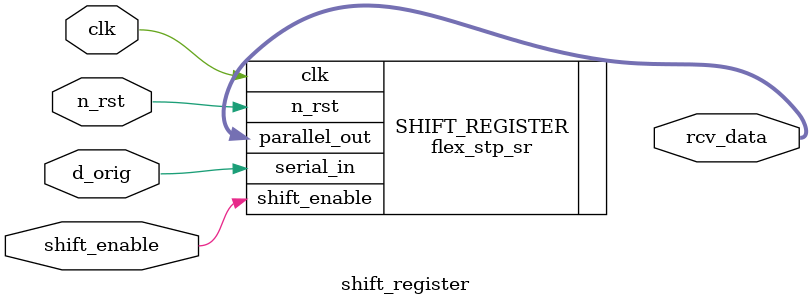
<source format=sv>

module shift_register
(
	input wire clk,
	input wire n_rst,
	input wire shift_enable,
	input wire d_orig,
	output wire [7:0] rcv_data
);


flex_stp_sr #(8, 0) SHIFT_REGISTER
(
	.clk(clk),	
	.n_rst(n_rst),
	.shift_enable(shift_enable),
	.serial_in(d_orig),
	.parallel_out(rcv_data)
);


/*module flex_stp_sr
#(
	parameter NUM_BITS = 4,
	parameter SHIFT_MSB = 1
)
(
	input wire clk,
	input wire n_rst,
	input wire shift_enable,
	input reg serial_in,
	output reg [(NUM_BITS - 1):0] parallel_out
);*/

/*flex_counter #(4) CLOCK_DIVIDER
(
	.clk(clk),
	.n_rst(n_rst),
	.clear(d_edge | !rcving), //d_edge is synchronous reset, so is rcving (when low). Either condition can be met (OR)
	.count_enable(rcving),
	.rollover_val(4'd8),
	.count_out(intermediate_count_out)
	//.rollover_flag(byte_received)
);*/

endmodule







 
</source>
